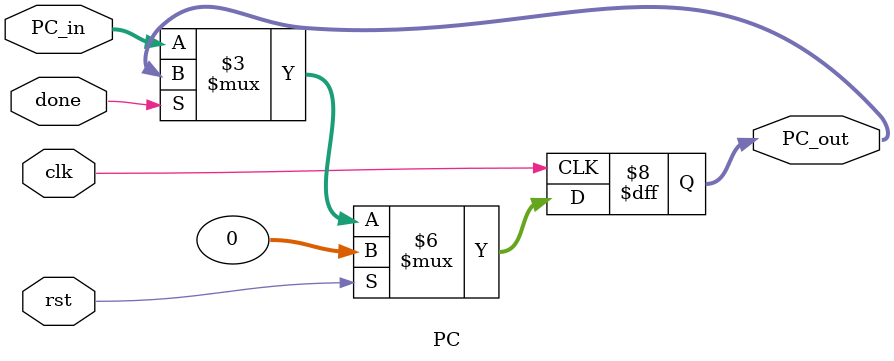
<source format=v>
`timescale 1ns / 1ps


module PC(clk, rst, done, PC_in, PC_out);
input clk, rst, done;
input [31:0] PC_in;
output reg [31:0] PC_out;
always @(posedge clk) begin
    if (rst) PC_out <= 32'b0;
    else if (!done) begin
        PC_out <= PC_in;
    end
end
endmodule

</source>
